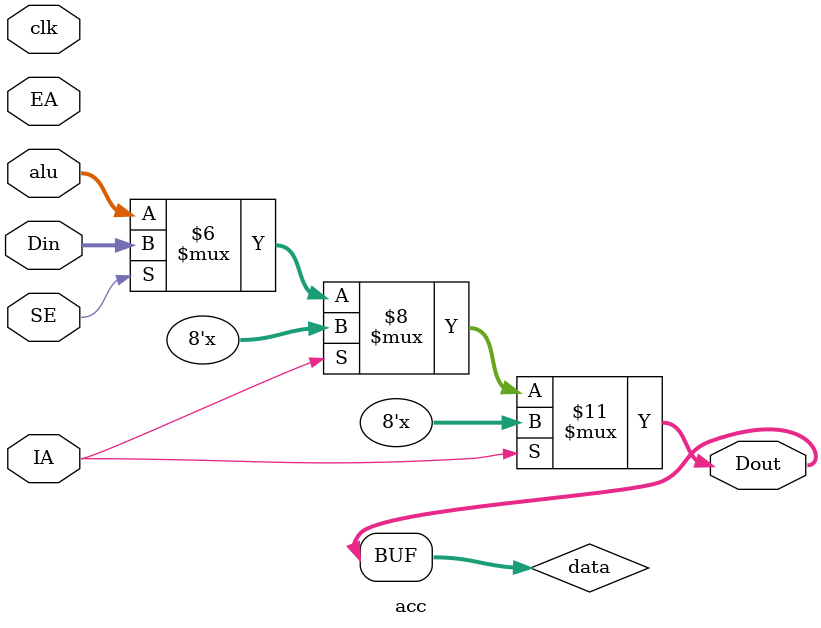
<source format=v>
`timescale 1ns / 1ps


module acc(
input wire clk,
input wire IA,
input wire EA,
input wire SE,
input wire [7:0]Din,alu,
output wire [7:0]Dout
    );
 reg [7:0]data=0;
 //reg [7:0]data_out;
  assign Dout=data;
 always @(*)
 begin
 if(!IA)
 begin
 if(SE)
 data=Din;
 else
 data=alu; 
 end 
 end
endmodule

</source>
